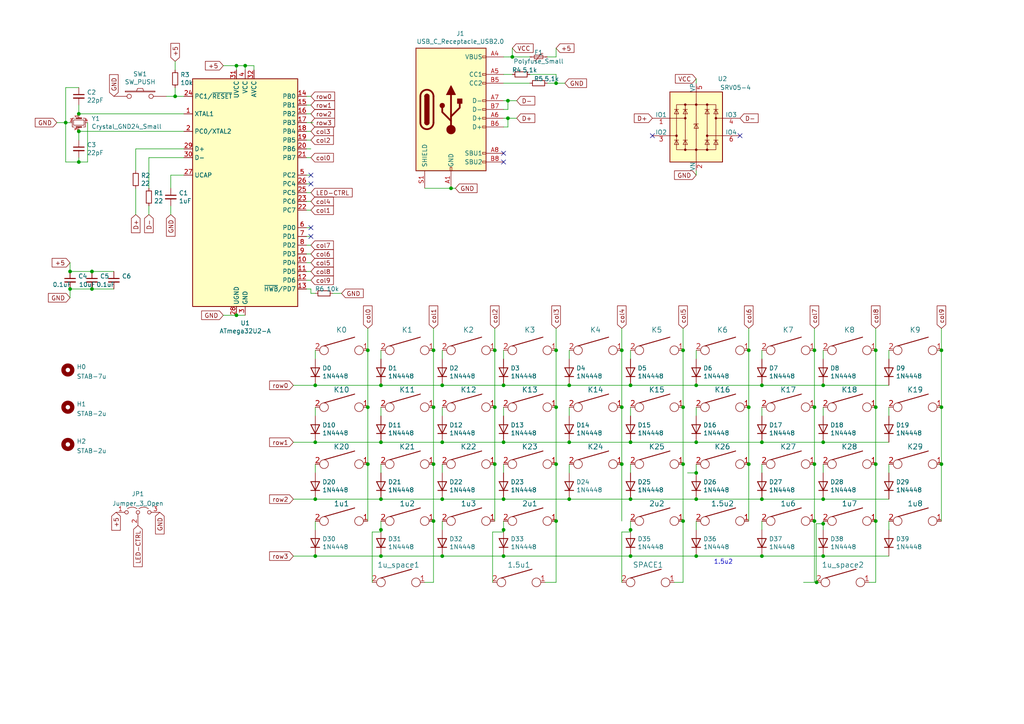
<source format=kicad_sch>
(kicad_sch (version 20220103) (generator eeschema)
  (paper "A4")
  (junction (at 146.05 128.27))
  (junction (at 130.81 54.61))
  (junction (at 238.76 111.76))
  (junction (at 106.68 118.11))
  (junction (at 128.27 111.76))
  (junction (at 110.49 161.29))
  (junction (at 220.98 111.76))
  (junction (at 128.27 128.27))
  (junction (at 238.76 151.892))
  (junction (at 236.855 168.91))
  (junction (at 254 134.62))
  (junction (at 110.49 111.76))
  (junction (at 238.76 128.27))
  (junction (at 254 118.11))
  (junction (at 180.34 101.6))
  (junction (at 236.22 134.62))
  (junction (at 180.34 134.62))
  (junction (at 201.93 161.29))
  (junction (at 165.1 128.27))
  (junction (at 128.27 144.78))
  (junction (at 201.93 144.78))
  (junction (at 273.05 118.11))
  (junction (at 182.88 128.27))
  (junction (at 198.12 134.62))
  (junction (at 254 101.6))
  (junction (at 182.88 111.76))
  (junction (at 236.22 118.11))
  (junction (at 125.73 134.62))
  (junction (at 238.76 161.29))
  (junction (at 236.22 151.13))
  (junction (at 68.58 19.05))
  (junction (at 26.67 83.82))
  (junction (at 217.17 118.11))
  (junction (at 146.05 161.29))
  (junction (at 22.86 33.02))
  (junction (at 71.12 19.05))
  (junction (at 20.32 78.74))
  (junction (at 161.29 151.13))
  (junction (at 106.68 101.6))
  (junction (at 217.17 134.62))
  (junction (at 254 151.13))
  (junction (at 182.88 144.78))
  (junction (at 201.93 111.76))
  (junction (at 238.76 144.78))
  (junction (at 165.1 111.76))
  (junction (at 182.88 153.67))
  (junction (at 26.67 78.74))
  (junction (at 125.73 151.13))
  (junction (at 147.32 29.21))
  (junction (at 220.98 128.27))
  (junction (at 91.44 161.29))
  (junction (at 91.44 144.78))
  (junction (at 161.29 134.62))
  (junction (at 273.05 134.62))
  (junction (at 110.49 128.27))
  (junction (at 146.05 111.76))
  (junction (at 236.22 101.6))
  (junction (at 273.05 101.6))
  (junction (at 161.29 24.13))
  (junction (at 19.05 35.56))
  (junction (at 125.73 101.6))
  (junction (at 198.12 101.6))
  (junction (at 68.58 91.44))
  (junction (at 143.51 118.11))
  (junction (at 50.8 27.94))
  (junction (at 91.44 111.76))
  (junction (at 146.05 144.78))
  (junction (at 128.27 161.29))
  (junction (at 198.12 151.13))
  (junction (at 161.29 118.11))
  (junction (at 20.32 83.82))
  (junction (at 198.12 118.11))
  (junction (at 217.17 101.6))
  (junction (at 106.68 134.62))
  (junction (at 147.32 34.29))
  (junction (at 22.86 46.99))
  (junction (at 148.59 16.51))
  (junction (at 201.93 137.16))
  (junction (at 220.98 161.29))
  (junction (at 146.05 153.67))
  (junction (at 180.34 118.11))
  (junction (at 201.93 128.27))
  (junction (at 143.51 134.62))
  (junction (at 143.51 101.6))
  (junction (at 220.98 144.78))
  (junction (at 22.86 38.1))
  (junction (at 182.88 161.29))
  (junction (at 165.1 144.78))
  (junction (at 161.29 101.6))
  (junction (at 91.44 128.27))
  (junction (at 125.73 118.11))
  (junction (at 110.49 144.78))
  (junction (at 110.49 153.67))
  (no_connect (at 90.17 50.8))
  (no_connect (at 189.23 39.37))
  (no_connect (at 90.17 68.58))
  (no_connect (at 214.63 39.37))
  (no_connect (at 146.05 44.45))
  (no_connect (at 90.17 53.34))
  (no_connect (at 146.05 46.99))
  (no_connect (at 90.17 66.04))
  (wire (pts (xy 146.05 34.29) (xy 147.32 34.29)))
  (wire (pts (xy 201.93 101.6) (xy 201.93 104.14)))
  (wire (pts (xy 161.29 134.62) (xy 161.29 151.13)))
  (wire (pts (xy 217.17 101.6) (xy 217.17 118.11)))
  (wire (pts (xy 165.1 144.78) (xy 182.88 144.78)))
  (wire (pts (xy 110.49 128.27) (xy 128.27 128.27)))
  (wire (pts (xy 91.44 101.6) (xy 91.44 104.14)))
  (wire (pts (xy 88.9 83.82) (xy 90.17 83.82)))
  (wire (pts (xy 68.58 91.44) (xy 64.77 91.44)))
  (wire (pts (xy 53.34 50.8) (xy 49.53 50.8)))
  (wire (pts (xy 254 134.62) (xy 254 151.13)))
  (wire (pts (xy 110.49 111.76) (xy 128.27 111.76)))
  (wire (pts (xy 238.76 151.13) (xy 238.76 151.892)))
  (wire (pts (xy 182.88 161.29) (xy 201.93 161.29)))
  (wire (pts (xy 201.93 111.76) (xy 220.98 111.76)))
  (wire (pts (xy 49.53 50.8) (xy 49.53 54.61)))
  (wire (pts (xy 198.12 101.6) (xy 198.12 118.11)))
  (wire (pts (xy 90.17 83.82) (xy 90.17 85.09)))
  (wire (pts (xy 53.34 43.18) (xy 39.37 43.18)))
  (wire (pts (xy 20.32 35.56) (xy 19.05 35.56)))
  (wire (pts (xy 238.76 134.62) (xy 238.76 137.16)))
  (wire (pts (xy 106.68 95.25) (xy 106.68 101.6)))
  (wire (pts (xy 110.49 134.62) (xy 110.49 137.16)))
  (wire (pts (xy 73.66 20.32) (xy 73.66 19.05)))
  (wire (pts (xy 180.34 154.305) (xy 180.34 168.91)))
  (wire (pts (xy 182.88 154.305) (xy 180.34 154.305)))
  (wire (pts (xy 158.115 168.91) (xy 161.29 168.91)))
  (wire (pts (xy 161.29 168.91) (xy 161.29 151.13)))
  (wire (pts (xy 53.34 33.02) (xy 22.86 33.02)))
  (wire (pts (xy 106.68 118.11) (xy 106.68 134.62)))
  (wire (pts (xy 238.76 101.6) (xy 238.76 104.14)))
  (wire (pts (xy 123.19 168.91) (xy 125.73 168.91)))
  (wire (pts (xy 236.22 118.11) (xy 236.22 134.62)))
  (wire (pts (xy 147.32 34.29) (xy 149.86 34.29)))
  (wire (pts (xy 88.9 71.12) (xy 90.17 71.12)))
  (wire (pts (xy 273.05 101.6) (xy 273.05 118.11)))
  (wire (pts (xy 220.98 111.76) (xy 238.76 111.76)))
  (wire (pts (xy 53.34 38.1) (xy 22.86 38.1)))
  (wire (pts (xy 123.19 54.61) (xy 130.81 54.61)))
  (wire (pts (xy 88.9 35.56) (xy 90.805 35.56)))
  (wire (pts (xy 161.29 24.13) (xy 158.75 24.13)))
  (wire (pts (xy 128.27 101.6) (xy 128.27 104.14)))
  (wire (pts (xy 88.9 55.88) (xy 90.17 55.88)))
  (wire (pts (xy 238.76 128.27) (xy 257.81 128.27)))
  (wire (pts (xy 88.9 66.04) (xy 90.17 66.04)))
  (wire (pts (xy 26.67 78.74) (xy 20.32 78.74)))
  (wire (pts (xy 50.8 27.94) (xy 50.8 25.4)))
  (wire (pts (xy 182.88 111.76) (xy 201.93 111.76)))
  (wire (pts (xy 53.34 45.72) (xy 43.18 45.72)))
  (wire (pts (xy 147.32 31.75) (xy 146.05 31.75)))
  (wire (pts (xy 19.05 46.99) (xy 22.86 46.99)))
  (wire (pts (xy 49.53 59.69) (xy 49.53 62.23)))
  (wire (pts (xy 182.88 128.27) (xy 201.93 128.27)))
  (wire (pts (xy 71.12 19.05) (xy 71.12 20.32)))
  (wire (pts (xy 22.86 46.99) (xy 22.86 45.72)))
  (wire (pts (xy 201.93 128.27) (xy 220.98 128.27)))
  (wire (pts (xy 220.98 128.27) (xy 238.76 128.27)))
  (wire (pts (xy 88.9 30.48) (xy 90.17 30.48)))
  (wire (pts (xy 43.18 59.69) (xy 43.18 62.23)))
  (wire (pts (xy 146.05 29.21) (xy 147.32 29.21)))
  (wire (pts (xy 88.9 60.96) (xy 90.17 60.96)))
  (wire (pts (xy 161.29 24.13) (xy 163.83 24.13)))
  (wire (pts (xy 128.27 151.13) (xy 128.27 153.67)))
  (wire (pts (xy 238.76 118.11) (xy 238.76 120.65)))
  (wire (pts (xy 125.73 134.62) (xy 125.73 151.13)))
  (wire (pts (xy 125.73 151.13) (xy 125.73 168.91)))
  (wire (pts (xy 88.9 76.2) (xy 90.17 76.2)))
  (wire (pts (xy 130.81 54.61) (xy 132.08 54.61)))
  (wire (pts (xy 201.93 161.29) (xy 220.98 161.29)))
  (wire (pts (xy 148.59 16.51) (xy 148.59 13.97)))
  (wire (pts (xy 161.29 101.6) (xy 161.29 118.11)))
  (wire (pts (xy 88.9 73.66) (xy 90.17 73.66)))
  (wire (pts (xy 22.86 33.02) (xy 22.86 30.48)))
  (wire (pts (xy 217.17 134.62) (xy 217.17 151.13)))
  (wire (pts (xy 147.32 34.29) (xy 147.32 36.83)))
  (wire (pts (xy 26.67 83.82) (xy 33.02 83.82)))
  (wire (pts (xy 147.32 36.83) (xy 146.05 36.83)))
  (wire (pts (xy 128.27 118.11) (xy 128.27 120.65)))
  (wire (pts (xy 39.37 43.18) (xy 39.37 49.53)))
  (wire (pts (xy 91.44 118.11) (xy 91.44 120.65)))
  (wire (pts (xy 128.27 134.62) (xy 128.27 137.16)))
  (wire (pts (xy 143.51 101.6) (xy 143.51 118.11)))
  (wire (pts (xy 238.76 144.78) (xy 257.81 144.78)))
  (wire (pts (xy 85.09 161.29) (xy 91.44 161.29)))
  (wire (pts (xy 85.09 144.78) (xy 91.44 144.78)))
  (wire (pts (xy 254 101.6) (xy 254 118.11)))
  (wire (pts (xy 88.9 81.28) (xy 90.17 81.28)))
  (wire (pts (xy 20.32 83.82) (xy 26.67 83.82)))
  (wire (pts (xy 110.49 118.11) (xy 110.49 120.65)))
  (wire (pts (xy 201.93 49.53) (xy 201.93 50.8)))
  (wire (pts (xy 88.9 33.02) (xy 90.17 33.02)))
  (wire (pts (xy 147.32 29.21) (xy 149.86 29.21)))
  (wire (pts (xy 33.02 78.74) (xy 26.67 78.74)))
  (wire (pts (xy 53.34 27.94) (xy 50.8 27.94)))
  (wire (pts (xy 273.05 95.25) (xy 273.05 101.6)))
  (wire (pts (xy 19.05 35.56) (xy 19.05 46.99)))
  (wire (pts (xy 88.9 40.64) (xy 90.17 40.64)))
  (wire (pts (xy 217.17 95.25) (xy 217.17 101.6)))
  (wire (pts (xy 165.1 101.6) (xy 165.1 104.14)))
  (wire (pts (xy 88.9 50.8) (xy 90.17 50.8)))
  (wire (pts (xy 25.4 35.56) (xy 25.4 46.99)))
  (wire (pts (xy 233.045 168.91) (xy 236.22 168.91)))
  (wire (pts (xy 165.1 111.76) (xy 182.88 111.76)))
  (wire (pts (xy 22.86 25.4) (xy 19.05 25.4)))
  (wire (pts (xy 107.95 154.305) (xy 110.49 154.305)))
  (wire (pts (xy 107.95 168.91) (xy 107.95 154.305)))
  (wire (pts (xy 201.93 144.78) (xy 220.98 144.78)))
  (wire (pts (xy 90.17 85.09) (xy 91.44 85.09)))
  (wire (pts (xy 182.88 101.6) (xy 182.88 104.14)))
  (wire (pts (xy 153.67 21.59) (xy 161.29 21.59)))
  (wire (pts (xy 143.51 134.62) (xy 143.51 151.13)))
  (wire (pts (xy 180.34 95.25) (xy 180.34 101.6)))
  (wire (pts (xy 182.88 134.62) (xy 182.88 137.16)))
  (wire (pts (xy 236.22 101.6) (xy 236.22 118.11)))
  (wire (pts (xy 106.68 134.62) (xy 106.68 151.13)))
  (wire (pts (xy 257.81 151.13) (xy 257.81 153.67)))
  (wire (pts (xy 128.27 161.29) (xy 146.05 161.29)))
  (wire (pts (xy 257.81 118.11) (xy 257.81 120.65)))
  (wire (pts (xy 91.44 111.76) (xy 110.49 111.76)))
  (wire (pts (xy 64.77 19.05) (xy 68.58 19.05)))
  (wire (pts (xy 220.98 161.29) (xy 238.76 161.29)))
  (wire (pts (xy 88.9 58.42) (xy 90.17 58.42)))
  (wire (pts (xy 198.12 95.25) (xy 198.12 101.6)))
  (wire (pts (xy 50.8 27.94) (xy 48.26 27.94)))
  (wire (pts (xy 195.58 168.91) (xy 198.12 168.91)))
  (wire (pts (xy 198.12 168.91) (xy 198.12 151.13)))
  (wire (pts (xy 85.09 128.27) (xy 91.44 128.27)))
  (wire (pts (xy 146.05 134.62) (xy 146.05 137.16)))
  (wire (pts (xy 39.37 54.61) (xy 39.37 62.23)))
  (wire (pts (xy 238.76 151.892) (xy 238.76 153.67)))
  (wire (pts (xy 161.29 21.59) (xy 161.29 24.13)))
  (wire (pts (xy 146.05 161.29) (xy 182.88 161.29)))
  (wire (pts (xy 236.728 168.91) (xy 236.728 151.892)))
  (wire (pts (xy 143.51 118.11) (xy 143.51 134.62)))
  (wire (pts (xy 161.29 16.51) (xy 161.29 13.97)))
  (wire (pts (xy 217.17 118.11) (xy 217.17 134.62)))
  (wire (pts (xy 220.98 144.78) (xy 238.76 144.78)))
  (wire (pts (xy 68.58 91.44) (xy 71.12 91.44)))
  (wire (pts (xy 50.8 17.78) (xy 50.8 20.32)))
  (wire (pts (xy 201.93 137.16) (xy 199.39 137.16)))
  (wire (pts (xy 146.05 111.76) (xy 165.1 111.76)))
  (wire (pts (xy 146.05 118.11) (xy 146.05 120.65)))
  (wire (pts (xy 71.12 19.05) (xy 68.58 19.05)))
  (wire (pts (xy 91.44 144.78) (xy 110.49 144.78)))
  (wire (pts (xy 91.44 111.76) (xy 85.09 111.76)))
  (wire (pts (xy 146.05 101.6) (xy 146.05 104.14)))
  (wire (pts (xy 165.1 118.11) (xy 165.1 120.65)))
  (wire (pts (xy 143.51 95.25) (xy 143.51 101.6)))
  (wire (pts (xy 201.93 118.11) (xy 201.93 120.65)))
  (wire (pts (xy 20.32 78.74) (xy 20.32 76.2)))
  (wire (pts (xy 106.68 101.6) (xy 106.68 118.11)))
  (wire (pts (xy 73.66 19.05) (xy 71.12 19.05)))
  (wire (pts (xy 257.81 101.6) (xy 257.81 104.14)))
  (wire (pts (xy 165.1 134.62) (xy 165.1 137.16)))
  (wire (pts (xy 201.93 134.62) (xy 201.93 137.16)))
  (wire (pts (xy 148.59 16.51) (xy 153.67 16.51)))
  (wire (pts (xy 146.05 128.27) (xy 165.1 128.27)))
  (wire (pts (xy 88.9 38.1) (xy 90.17 38.1)))
  (wire (pts (xy 146.05 16.51) (xy 148.59 16.51)))
  (wire (pts (xy 91.44 128.27) (xy 110.49 128.27)))
  (wire (pts (xy 236.982 168.91) (xy 236.855 168.91)))
  (wire (pts (xy 182.88 118.11) (xy 182.88 120.65)))
  (wire (pts (xy 198.12 134.62) (xy 198.12 151.13)))
  (wire (pts (xy 254 118.11) (xy 254 134.62)))
  (wire (pts (xy 128.27 128.27) (xy 146.05 128.27)))
  (wire (pts (xy 273.05 118.11) (xy 273.05 134.62)))
  (wire (pts (xy 96.52 85.09) (xy 99.06 85.09)))
  (wire (pts (xy 201.93 24.13) (xy 201.93 22.86)))
  (wire (pts (xy 43.18 45.72) (xy 43.18 54.61)))
  (wire (pts (xy 158.75 16.51) (xy 161.29 16.51)))
  (wire (pts (xy 252.095 168.91) (xy 254 168.91)))
  (wire (pts (xy 254 168.91) (xy 254 151.13)))
  (wire (pts (xy 68.58 19.05) (xy 68.58 20.32)))
  (wire (pts (xy 110.49 161.29) (xy 128.27 161.29)))
  (wire (pts (xy 88.9 45.72) (xy 90.17 45.72)))
  (wire (pts (xy 220.98 134.62) (xy 220.98 137.16)))
  (wire (pts (xy 180.34 134.62) (xy 180.34 151.13)))
  (wire (pts (xy 236.855 168.91) (xy 236.728 168.91)))
  (wire (pts (xy 110.49 151.13) (xy 110.49 153.67)))
  (wire (pts (xy 110.49 153.67) (xy 110.49 154.305)))
  (wire (pts (xy 125.73 101.6) (xy 125.73 118.11)))
  (wire (pts (xy 88.9 68.58) (xy 90.17 68.58)))
  (wire (pts (xy 257.81 134.62) (xy 257.81 137.16)))
  (wire (pts (xy 125.73 95.25) (xy 125.73 101.6)))
  (wire (pts (xy 88.9 53.34) (xy 90.17 53.34)))
  (wire (pts (xy 128.27 144.78) (xy 146.05 144.78)))
  (wire (pts (xy 146.05 24.13) (xy 153.67 24.13)))
  (wire (pts (xy 22.86 38.1) (xy 22.86 40.64)))
  (wire (pts (xy 19.05 35.56) (xy 16.51 35.56)))
  (wire (pts (xy 161.29 118.11) (xy 161.29 134.62)))
  (wire (pts (xy 165.1 128.27) (xy 182.88 128.27)))
  (wire (pts (xy 146.05 21.59) (xy 148.59 21.59)))
  (wire (pts (xy 110.49 144.78) (xy 128.27 144.78)))
  (wire (pts (xy 19.05 25.4) (xy 19.05 35.56)))
  (wire (pts (xy 161.29 95.25) (xy 161.29 101.6)))
  (wire (pts (xy 146.05 151.13) (xy 146.05 153.67)))
  (wire (pts (xy 146.05 153.67) (xy 146.05 154.305)))
  (wire (pts (xy 236.22 95.25) (xy 236.22 101.6)))
  (wire (pts (xy 180.34 118.11) (xy 180.34 134.62)))
  (wire (pts (xy 128.27 111.76) (xy 146.05 111.76)))
  (wire (pts (xy 254 95.25) (xy 254 101.6)))
  (wire (pts (xy 220.98 101.6) (xy 220.98 104.14)))
  (wire (pts (xy 182.88 151.13) (xy 182.88 153.67)))
  (wire (pts (xy 182.88 153.67) (xy 182.88 154.305)))
  (wire (pts (xy 220.98 151.13) (xy 220.98 153.67)))
  (wire (pts (xy 91.44 151.13) (xy 91.44 153.67)))
  (wire (pts (xy 236.22 134.62) (xy 236.22 151.13)))
  (wire (pts (xy 236.22 151.13) (xy 236.22 168.91)))
  (wire (pts (xy 146.05 144.78) (xy 165.1 144.78)))
  (wire (pts (xy 125.73 118.11) (xy 125.73 134.62)))
  (wire (pts (xy 273.05 134.62) (xy 273.05 151.13)))
  (wire (pts (xy 110.49 101.6) (xy 110.49 104.14)))
  (wire (pts (xy 238.76 111.76) (xy 257.81 111.76)))
  (wire (pts (xy 20.32 83.82) (xy 20.32 86.36)))
  (wire (pts (xy 88.9 43.18) (xy 90.17 43.18)))
  (wire (pts (xy 180.34 101.6) (xy 180.34 118.11)))
  (wire (pts (xy 91.44 134.62) (xy 91.44 137.16)))
  (wire (pts (xy 238.76 161.29) (xy 257.81 161.29)))
  (wire (pts (xy 88.9 78.74) (xy 90.17 78.74)))
  (wire (pts (xy 142.875 154.305) (xy 146.05 154.305)))
  (wire (pts (xy 142.875 168.91) (xy 142.875 154.305)))
  (wire (pts (xy 91.44 161.29) (xy 110.49 161.29)))
  (wire (pts (xy 236.728 151.892) (xy 238.76 151.892)))
  (wire (pts (xy 182.88 144.78) (xy 201.93 144.78)))
  (wire (pts (xy 220.98 118.11) (xy 220.98 120.65)))
  (wire (pts (xy 147.32 29.21) (xy 147.32 31.75)))
  (wire (pts (xy 201.93 151.13) (xy 201.93 153.67)))
  (wire (pts (xy 198.12 118.11) (xy 198.12 134.62)))
  (wire (pts (xy 88.9 27.94) (xy 90.17 27.94)))
  (wire (pts (xy 25.4 46.99) (xy 22.86 46.99)))
  (text "1.5u2\n" (at 207.01 163.83 0) (effects (font (size 1.27 1.27)) (justify left bottom)))
  (global_label "row0" (shape input) (at 90.17 27.94 0) (property "Intersheet References" "${INTERSHEET_REFS}" (effects hide)))
  (global_label "+5" (shape input) (at 64.77 19.05 180) (property "Intersheet References" "${INTERSHEET_REFS}" (effects hide)))
  (global_label "col5" (shape input) (at 198.12 95.25 90) (property "Intersheet References" "${INTERSHEET_REFS}" (effects hide)))
  (global_label "GND" (shape input) (at 201.93 50.8 180) (property "Intersheet References" "${INTERSHEET_REFS}" (effects hide)))
  (global_label "LED-CTRL" (shape input) (at 40.005 152.4 270) (property "Intersheet References" "${INTERSHEET_REFS}" (effects hide)))
  (global_label "col6" (shape input) (at 90.17 73.66 0) (property "Intersheet References" "${INTERSHEET_REFS}" (effects hide)))
  (global_label "D+" (shape input) (at 149.86 34.29 0) (property "Intersheet References" "${INTERSHEET_REFS}" (effects hide)))
  (global_label "col0" (shape input) (at 106.68 95.25 90) (property "Intersheet References" "${INTERSHEET_REFS}" (effects hide)))
  (global_label "+5" (shape input) (at 33.655 148.59 270) (property "Intersheet References" "${INTERSHEET_REFS}" (effects hide)))
  (global_label "LED-CTRL" (shape input) (at 90.17 55.88 0) (property "Intersheet References" "${INTERSHEET_REFS}" (effects hide)))
  (global_label "col9" (shape input) (at 90.17 81.28 0) (property "Intersheet References" "${INTERSHEET_REFS}" (effects hide)))
  (global_label "col7" (shape input) (at 236.22 95.25 90) (property "Intersheet References" "${INTERSHEET_REFS}" (effects hide)))
  (global_label "D-" (shape input) (at 149.86 29.21 0) (property "Intersheet References" "${INTERSHEET_REFS}" (effects hide)))
  (global_label "GND" (shape input) (at 132.08 54.61 0) (property "Intersheet References" "${INTERSHEET_REFS}" (effects hide)))
  (global_label "GND" (shape input) (at 16.51 35.56 180) (property "Intersheet References" "${INTERSHEET_REFS}" (effects hide)))
  (global_label "col3" (shape input) (at 161.29 95.25 90) (property "Intersheet References" "${INTERSHEET_REFS}" (effects hide)))
  (global_label "row3" (shape input) (at 90.17 35.56 0) (property "Intersheet References" "${INTERSHEET_REFS}" (effects hide)))
  (global_label "GND" (shape input) (at 99.06 85.09 0) (property "Intersheet References" "${INTERSHEET_REFS}" (effects hide)))
  (global_label "D+" (shape input) (at 39.37 62.23 270) (property "Intersheet References" "${INTERSHEET_REFS}" (effects hide)))
  (global_label "col8" (shape input) (at 254 95.25 90) (property "Intersheet References" "${INTERSHEET_REFS}" (effects hide)))
  (global_label "+5" (shape input) (at 20.32 76.2 180) (property "Intersheet References" "${INTERSHEET_REFS}" (effects hide)))
  (global_label "+5" (shape input) (at 50.8 17.78 90) (property "Intersheet References" "${INTERSHEET_REFS}" (effects hide)))
  (global_label "col4" (shape input) (at 90.17 58.42 0) (property "Intersheet References" "${INTERSHEET_REFS}" (effects hide)))
  (global_label "GND" (shape input) (at 49.53 62.23 270) (property "Intersheet References" "${INTERSHEET_REFS}" (effects hide)))
  (global_label "col1" (shape input) (at 90.17 60.96 0) (property "Intersheet References" "${INTERSHEET_REFS}" (effects hide)))
  (global_label "col8" (shape input) (at 90.17 78.74 0) (property "Intersheet References" "${INTERSHEET_REFS}" (effects hide)))
  (global_label "col2" (shape input) (at 90.17 40.64 0) (property "Intersheet References" "${INTERSHEET_REFS}" (effects hide)))
  (global_label "D+" (shape input) (at 189.23 34.29 180) (property "Intersheet References" "${INTERSHEET_REFS}" (effects hide)))
  (global_label "row3" (shape input) (at 85.09 161.29 180) (property "Intersheet References" "${INTERSHEET_REFS}" (effects hide)))
  (global_label "col6" (shape input) (at 217.17 95.25 90) (property "Intersheet References" "${INTERSHEET_REFS}" (effects hide)))
  (global_label "col0" (shape input) (at 90.17 45.72 0) (property "Intersheet References" "${INTERSHEET_REFS}" (effects hide)))
  (global_label "row2" (shape input) (at 90.17 33.02 0) (property "Intersheet References" "${INTERSHEET_REFS}" (effects hide)))
  (global_label "col3" (shape input) (at 90.17 38.1 0) (property "Intersheet References" "${INTERSHEET_REFS}" (effects hide)))
  (global_label "col9" (shape input) (at 273.05 95.25 90) (property "Intersheet References" "${INTERSHEET_REFS}" (effects hide)))
  (global_label "+5" (shape input) (at 161.29 13.97 0) (property "Intersheet References" "${INTERSHEET_REFS}" (effects hide)))
  (global_label "VCC" (shape input) (at 148.59 13.97 0) (property "Intersheet References" "${INTERSHEET_REFS}" (effects hide)))
  (global_label "col4" (shape input) (at 180.34 95.25 90) (property "Intersheet References" "${INTERSHEET_REFS}" (effects hide)))
  (global_label "VCC" (shape input) (at 201.93 22.86 180) (property "Intersheet References" "${INTERSHEET_REFS}" (effects hide)))
  (global_label "row0" (shape input) (at 85.09 111.76 180) (property "Intersheet References" "${INTERSHEET_REFS}" (effects hide)))
  (global_label "col7" (shape input) (at 90.17 71.12 0) (property "Intersheet References" "${INTERSHEET_REFS}" (effects hide)))
  (global_label "col1" (shape input) (at 125.73 95.25 90) (property "Intersheet References" "${INTERSHEET_REFS}" (effects hide)))
  (global_label "D-" (shape input) (at 43.18 62.23 270) (property "Intersheet References" "${INTERSHEET_REFS}" (effects hide)))
  (global_label "GND" (shape input) (at 163.83 24.13 0) (property "Intersheet References" "${INTERSHEET_REFS}" (effects hide)))
  (global_label "col2" (shape input) (at 143.51 95.25 90) (property "Intersheet References" "${INTERSHEET_REFS}" (effects hide)))
  (global_label "GND" (shape input) (at 64.77 91.44 180) (property "Intersheet References" "${INTERSHEET_REFS}" (effects hide)))
  (global_label "GND" (shape input) (at 20.32 86.36 180) (property "Intersheet References" "${INTERSHEET_REFS}" (effects hide)))
  (global_label "col5" (shape input) (at 90.17 76.2 0) (property "Intersheet References" "${INTERSHEET_REFS}" (effects hide)))
  (global_label "row1" (shape input) (at 90.17 30.48 0) (property "Intersheet References" "${INTERSHEET_REFS}" (effects hide)))
  (global_label "GND" (shape input) (at 33.02 27.94 90) (property "Intersheet References" "${INTERSHEET_REFS}" (effects hide)))
  (global_label "GND" (shape input) (at 46.355 148.59 270) (property "Intersheet References" "${INTERSHEET_REFS}" (effects hide)))
  (global_label "D-" (shape input) (at 214.63 34.29 0) (property "Intersheet References" "${INTERSHEET_REFS}" (effects hide)))
  (global_label "row2" (shape input) (at 85.09 144.78 180) (property "Intersheet References" "${INTERSHEET_REFS}" (effects hide)))
  (global_label "row1" (shape input) (at 85.09 128.27 180) (property "Intersheet References" "${INTERSHEET_REFS}" (effects hide)))
  (symbol (lib_id "MCU_Microchip_ATmega:ATmega32U2-A") (at 71.12 55.88 0) (unit 1)
    (property "Reference" "U1" (at 71.12 93.7006 0))
    (property "Value" "ATmega32U2-A" (at 71.12 96.012 0))
    (property "Footprint" "Package_QFP:TQFP-32_7x7mm_P0.8mm" (effects hide))
    (property "Datasheet" "http://ww1.microchip.com/downloads/en/DeviceDoc/doc7799.pdf" (effects hide))
    (property "LCSC" "C618733" (effects hide))
  )
  (symbol (lib_id "Device:C_Small") (at 49.53 57.15 0) (unit 1)
    (property "Reference" "C1" (at 51.8668 55.9816 0) (effects (justify left)))
    (property "Value" "1uF" (at 51.8668 58.293 0) (effects (justify left)))
    (property "Footprint" "Capacitor_SMD:C_0805_2012Metric" (effects hide))
    (property "LCSC" "C28323" (effects hide))
  )
  (symbol (lib_id "Device:R_Small") (at 43.18 57.15 180) (unit 1)
    (property "Reference" "R1" (at 44.6786 55.9816 0) (effects (justify right)))
    (property "Value" "22" (at 44.6786 58.293 0) (effects (justify right)))
    (property "Footprint" "Resistor_SMD:R_0805_2012Metric" (effects hide))
    (property "LCSC" "C17561" (effects hide))
  )
  (symbol (lib_id "Device:R_Small") (at 39.37 52.07 0) (unit 1)
    (property "Reference" "R2" (at 40.8686 50.9016 0) (effects (justify left)))
    (property "Value" "22" (at 40.8686 53.213 0) (effects (justify left)))
    (property "Footprint" "Resistor_SMD:R_0805_2012Metric" (effects hide))
    (property "LCSC" "C17561" (effects hide))
  )
  (symbol (lib_id "Device:Crystal_GND24_Small") (at 22.86 35.56 270) (unit 1)
    (property "Reference" "Y1" (at 26.5176 34.3916 90) (effects (justify left)))
    (property "Value" "Crystal_GND24_Small" (at 26.5176 36.703 90) (effects (justify left)))
    (property "Footprint" "Crystal:Crystal_SMD_3225-4Pin_3.2x2.5mm" (effects hide))
    (property "LCSC" "C13738" (effects hide))
  )
  (symbol (lib_id "Device:C_Small") (at 22.86 27.94 0) (unit 1)
    (property "Reference" "C2" (at 25.1968 26.7716 0) (effects (justify left)))
    (property "Value" "22pF" (at 25.1968 29.083 0) (effects (justify left)))
    (property "Footprint" "Capacitor_SMD:C_0805_2012Metric" (effects hide))
    (property "LCSC" "C1804" (effects hide))
  )
  (symbol (lib_id "Device:C_Small") (at 22.86 43.18 0) (unit 1)
    (property "Reference" "C3" (at 25.1968 42.0116 0) (effects (justify left)))
    (property "Value" "22pF" (at 25.1968 44.323 0) (effects (justify left)))
    (property "Footprint" "Capacitor_SMD:C_0805_2012Metric" (effects hide))
    (property "LCSC" "C1804" (effects hide))
  )
  (symbol (lib_id "Device:R_Small") (at 50.8 22.86 0) (unit 1)
    (property "Reference" "R3" (at 52.2986 21.6916 0) (effects (justify left)))
    (property "Value" "10k" (at 52.2986 24.003 0) (effects (justify left)))
    (property "Footprint" "Resistor_SMD:R_0805_2012Metric" (effects hide))
    (property "LCSC" "C17414" (effects hide))
  )
  (symbol (lib_id "keyboard_parts:SW_PUSH") (at 40.64 27.94 0) (unit 1)
    (property "Reference" "SW1" (at 40.64 21.463 0))
    (property "Value" "SW_PUSH" (at 40.64 23.7744 0))
    (property "Footprint" "Button_Switch_SMD:SW_SPST_TL3342" (effects hide))
    (property "LCSC" "C318884" (effects hide))
  )
  (symbol (lib_id "Connector:USB_C_Receptacle_USB2.0") (at 130.81 31.75 0) (unit 1)
    (property "Reference" "J1" (at 133.5278 9.7282 0))
    (property "Value" "USB_C_Receptacle_USB2.0" (at 133.5278 12.0396 0))
    (property "Footprint" "Connector_USB:USB_C_Receptacle_HRO_TYPE-C-31-M-12" (effects hide))
    (property "Datasheet" "https://www.usb.org/sites/default/files/documents/usb_type-c.zip" (effects hide))
    (property "LCSC" "C165948" (effects hide))
  )
  (symbol (lib_id "Device:Polyfuse_Small") (at 156.21 16.51 90) (unit 1)
    (property "Reference" "F1" (at 156.21 15.24 90))
    (property "Value" "Polyfuse_Small" (at 156.21 17.78 90))
    (property "Footprint" "Fuse:Fuse_1206_3216Metric" (effects hide))
    (property "LCSC" "C69688" (effects hide))
  )
  (symbol (lib_id "Device:R_Small") (at 151.13 21.59 270) (mirror x) (unit 1)
    (property "Reference" "R4" (at 149.86 20.32 90))
    (property "Value" "5,1k" (at 153.67 20.32 90))
    (property "Footprint" "Resistor_SMD:R_0805_2012Metric" (effects hide))
    (property "LCSC" "C27834" (effects hide))
  )
  (symbol (lib_id "Device:R_Small") (at 156.21 24.13 270) (mirror x) (unit 1)
    (property "Reference" "R5" (at 156.21 22.86 90))
    (property "Value" "5,1k" (at 160.02 22.86 90))
    (property "Footprint" "Resistor_SMD:R_0805_2012Metric" (effects hide))
    (property "LCSC" "C27834" (effects hide))
  )
  (symbol (lib_id "Device:C_Small") (at 20.32 81.28 0) (unit 1)
    (property "Reference" "C4" (at 22.6568 80.1116 0) (effects (justify left)))
    (property "Value" "0.1uF" (at 15.24 82.55 0) (effects (justify left)))
    (property "Footprint" "Capacitor_SMD:C_0805_2012Metric" (effects hide))
    (property "LCSC" "C49678" (effects hide))
  )
  (symbol (lib_id "Device:C_Small") (at 26.67 81.28 0) (unit 1)
    (property "Reference" "C5" (at 29.0068 80.1116 0) (effects (justify left)))
    (property "Value" "10uF" (at 22.86 82.55 0) (effects (justify left)))
    (property "Footprint" "Capacitor_SMD:C_0805_2012Metric" (effects hide))
    (property "LCSC" "C91245" (effects hide))
  )
  (symbol (lib_id "Device:C_Small") (at 33.02 81.28 0) (unit 1)
    (property "Reference" "C6" (at 35.3568 80.1116 0) (effects (justify left)))
    (property "Value" "0.1uF" (at 27.94 82.55 0) (effects (justify left)))
    (property "Footprint" "Capacitor_SMD:C_0805_2012Metric" (effects hide))
    (property "LCSC" "C49678" (effects hide))
  )
  (symbol (lib_id "Device:R_Small") (at 93.98 85.09 270) (unit 1)
    (property "Reference" "R6" (at 92.71 83.82 90))
    (property "Value" "10k" (at 96.52 83.82 90))
    (property "Footprint" "Resistor_SMD:R_0805_2012Metric" (effects hide))
    (property "LCSC" "C17414" (effects hide))
  )
  (symbol (lib_id "Power_Protection:SRV05-4") (at 201.93 36.83 0) (unit 1)
    (property "Reference" "U2" (at 209.55 22.86 0))
    (property "Value" "SRV05-4" (at 213.36 25.4 0))
    (property "Footprint" "Package_TO_SOT_SMD:SOT-23-6" (effects hide))
    (property "Datasheet" "http://www.onsemi.com/pub/Collateral/SRV05-4-D.PDF" (effects hide))
    (property "LCSC" "C85364" (effects hide))
  )
  (symbol (lib_id "keyboard_parts:KEYSW") (at 99.06 101.6 0) (unit 1)
    (property "Reference" "K0" (at 99.06 95.6818 0) (effects (font (size 1.524 1.524))))
    (property "Value" "1u" (effects hide))
    (property "Footprint" "keyswitches:Kailh_socket_MX_optional" (effects hide))
  )
  (symbol (lib_id "Diode:1N4448") (at 91.44 107.95 90) (unit 1)
    (property "Reference" "D0" (at 93.472 106.7816 90) (effects (justify right)))
    (property "Value" "1N4448" (at 93.472 109.093 90) (effects (justify right)))
    (property "Footprint" "keyboard_parts:D_SOD123" (effects hide))
    (property "Datasheet" "https://assets.nexperia.com/documents/data-sheet/1N4148_1N4448.pdf" (effects hide))
    (property "LCSC" "C2099" (effects hide))
  )
  (symbol (lib_id "keyboard_parts:KEYSW") (at 99.06 118.11 0) (unit 1)
    (property "Reference" "K10" (at 99.06 113.03 0) (effects (font (size 1.524 1.524))))
    (property "Value" "1u" (effects hide))
    (property "Footprint" "keyswitches:Kailh_socket_MX_optional" (effects hide))
  )
  (symbol (lib_id "Diode:1N4448") (at 91.44 124.46 90) (unit 1)
    (property "Reference" "D10" (at 93.472 123.2916 90) (effects (justify right)))
    (property "Value" "1N4448" (at 93.472 125.603 90) (effects (justify right)))
    (property "Footprint" "keyboard_parts:D_SOD123" (effects hide))
    (property "Datasheet" "https://assets.nexperia.com/documents/data-sheet/1N4148_1N4448.pdf" (effects hide))
    (property "LCSC" "C2099" (effects hide))
  )
  (symbol (lib_id "keyboard_parts:KEYSW") (at 99.06 134.62 0) (unit 1)
    (property "Reference" "K20" (at 99.06 129.54 0) (effects (font (size 1.524 1.524))))
    (property "Value" "1u" (effects hide))
    (property "Footprint" "keyswitches:Kailh_socket_MX_optional" (effects hide))
  )
  (symbol (lib_id "Diode:1N4448") (at 91.44 140.97 90) (unit 1)
    (property "Reference" "D20" (at 93.472 139.8016 90) (effects (justify right)))
    (property "Value" "1N4448" (at 93.472 142.113 90) (effects (justify right)))
    (property "Footprint" "keyboard_parts:D_SOD123" (effects hide))
    (property "Datasheet" "https://assets.nexperia.com/documents/data-sheet/1N4148_1N4448.pdf" (effects hide))
    (property "LCSC" "C2099" (effects hide))
  )
  (symbol (lib_id "keyboard_parts:KEYSW") (at 99.06 151.13 0) (unit 1)
    (property "Reference" "1u1" (at 99.06 146.05 0) (effects (font (size 1.524 1.524))))
    (property "Value" "1u" (effects hide))
    (property "Footprint" "keyswitches:Kailh_socket_MX_optional" (effects hide))
  )
  (symbol (lib_id "Diode:1N4448") (at 91.44 157.48 90) (unit 1)
    (property "Reference" "D30" (at 93.472 156.3116 90) (effects (justify right)))
    (property "Value" "1N4448" (at 93.472 158.623 90) (effects (justify right)))
    (property "Footprint" "keyboard_parts:D_SOD123" (effects hide))
    (property "Datasheet" "https://assets.nexperia.com/documents/data-sheet/1N4148_1N4448.pdf" (effects hide))
    (property "LCSC" "C2099" (effects hide))
  )
  (symbol (lib_id "Diode:1N4448") (at 110.49 157.48 90) (unit 1)
    (property "Reference" "D31" (at 112.522 156.3116 90) (effects (justify right)))
    (property "Value" "1N4448" (at 112.522 158.623 90) (effects (justify right)))
    (property "Footprint" "keyboard_parts:D_SOD123" (effects hide))
    (property "Datasheet" "https://assets.nexperia.com/documents/data-sheet/1N4148_1N4448.pdf" (effects hide))
    (property "LCSC" "C2099" (effects hide))
  )
  (symbol (lib_id "keyboard_parts:KEYSW") (at 118.11 151.13 0) (unit 1)
    (property "Reference" "1u2" (at 118.11 146.05 0) (effects (font (size 1.524 1.524))))
    (property "Value" "1u" (effects hide))
    (property "Footprint" "keyswitches:Kailh_socket_MX_optional" (effects hide))
  )
  (symbol (lib_id "Diode:1N4448") (at 110.49 140.97 90) (unit 1)
    (property "Reference" "D21" (at 112.522 139.8016 90) (effects (justify right)))
    (property "Value" "1N4448" (at 112.522 142.113 90) (effects (justify right)))
    (property "Footprint" "keyboard_parts:D_SOD123" (effects hide))
    (property "Datasheet" "https://assets.nexperia.com/documents/data-sheet/1N4148_1N4448.pdf" (effects hide))
    (property "LCSC" "C2099" (effects hide))
  )
  (symbol (lib_id "keyboard_parts:KEYSW") (at 118.11 134.62 0) (unit 1)
    (property "Reference" "K21" (at 118.11 129.54 0) (effects (font (size 1.524 1.524))))
    (property "Value" "1u" (effects hide))
    (property "Footprint" "keyswitches:Kailh_socket_MX_optional" (effects hide))
  )
  (symbol (lib_id "Diode:1N4448") (at 110.49 124.46 90) (unit 1)
    (property "Reference" "D11" (at 112.522 123.2916 90) (effects (justify right)))
    (property "Value" "1N4448" (at 112.522 125.603 90) (effects (justify right)))
    (property "Footprint" "keyboard_parts:D_SOD123" (effects hide))
    (property "Datasheet" "https://assets.nexperia.com/documents/data-sheet/1N4148_1N4448.pdf" (effects hide))
    (property "LCSC" "C2099" (effects hide))
  )
  (symbol (lib_id "keyboard_parts:KEYSW") (at 118.11 118.11 0) (unit 1)
    (property "Reference" "K11" (at 118.11 113.03 0) (effects (font (size 1.524 1.524))))
    (property "Value" "1u" (effects hide))
    (property "Footprint" "keyswitches:Kailh_socket_MX_optional" (effects hide))
  )
  (symbol (lib_id "Diode:1N4448") (at 110.49 107.95 90) (unit 1)
    (property "Reference" "D1" (at 112.522 106.7816 90) (effects (justify right)))
    (property "Value" "1N4448" (at 112.522 109.093 90) (effects (justify right)))
    (property "Footprint" "keyboard_parts:D_SOD123" (effects hide))
    (property "Datasheet" "https://assets.nexperia.com/documents/data-sheet/1N4148_1N4448.pdf" (effects hide))
    (property "LCSC" "C2099" (effects hide))
  )
  (symbol (lib_id "keyboard_parts:KEYSW") (at 118.11 101.6 0) (unit 1)
    (property "Reference" "K1" (at 118.11 95.6818 0) (effects (font (size 1.524 1.524))))
    (property "Value" "1u" (effects hide))
    (property "Footprint" "keyswitches:Kailh_socket_MX_optional" (effects hide))
  )
  (symbol (lib_id "Diode:1N4448") (at 128.27 157.48 90) (unit 1)
    (property "Reference" "D32" (at 130.302 156.3116 90) (effects (justify right)))
    (property "Value" "1N4448" (at 130.302 158.623 90) (effects (justify right)))
    (property "Footprint" "keyboard_parts:D_SOD123" (effects hide))
    (property "Datasheet" "https://assets.nexperia.com/documents/data-sheet/1N4148_1N4448.pdf" (effects hide))
    (property "LCSC" "C2099" (effects hide))
  )
  (symbol (lib_id "keyboard_parts:KEYSW") (at 135.89 151.13 0) (unit 1)
    (property "Reference" "1u3" (at 135.89 146.05 0) (effects (font (size 1.524 1.524))))
    (property "Value" "1u" (effects hide))
    (property "Footprint" "keyswitches:Kailh_socket_MX_optional" (effects hide))
  )
  (symbol (lib_id "Diode:1N4448") (at 128.27 140.97 90) (unit 1)
    (property "Reference" "D22" (at 130.302 139.8016 90) (effects (justify right)))
    (property "Value" "1N4448" (at 130.302 142.113 90) (effects (justify right)))
    (property "Footprint" "keyboard_parts:D_SOD123" (effects hide))
    (property "Datasheet" "https://assets.nexperia.com/documents/data-sheet/1N4148_1N4448.pdf" (effects hide))
    (property "LCSC" "C2099" (effects hide))
  )
  (symbol (lib_id "keyboard_parts:KEYSW") (at 135.89 134.62 0) (unit 1)
    (property "Reference" "K22" (at 135.89 129.54 0) (effects (font (size 1.524 1.524))))
    (property "Value" "1u" (effects hide))
    (property "Footprint" "keyswitches:Kailh_socket_MX_optional" (effects hide))
  )
  (symbol (lib_id "Diode:1N4448") (at 128.27 124.46 90) (unit 1)
    (property "Reference" "D12" (at 130.302 123.2916 90) (effects (justify right)))
    (property "Value" "1N4448" (at 130.302 125.603 90) (effects (justify right)))
    (property "Footprint" "keyboard_parts:D_SOD123" (effects hide))
    (property "Datasheet" "https://assets.nexperia.com/documents/data-sheet/1N4148_1N4448.pdf" (effects hide))
    (property "LCSC" "C2099" (effects hide))
  )
  (symbol (lib_id "keyboard_parts:KEYSW") (at 135.89 118.11 0) (unit 1)
    (property "Reference" "K12" (at 135.89 113.03 0) (effects (font (size 1.524 1.524))))
    (property "Value" "1u" (effects hide))
    (property "Footprint" "keyswitches:Kailh_socket_MX_optional" (effects hide))
  )
  (symbol (lib_id "Diode:1N4448") (at 128.27 107.95 90) (unit 1)
    (property "Reference" "D2" (at 130.302 106.7816 90) (effects (justify right)))
    (property "Value" "1N4448" (at 130.302 109.093 90) (effects (justify right)))
    (property "Footprint" "keyboard_parts:D_SOD123" (effects hide))
    (property "Datasheet" "https://assets.nexperia.com/documents/data-sheet/1N4148_1N4448.pdf" (effects hide))
    (property "LCSC" "C2099" (effects hide))
  )
  (symbol (lib_id "keyboard_parts:KEYSW") (at 135.89 101.6 0) (unit 1)
    (property "Reference" "K2" (at 135.89 95.6818 0) (effects (font (size 1.524 1.524))))
    (property "Value" "1u" (effects hide))
    (property "Footprint" "keyswitches:Kailh_socket_MX_optional" (effects hide))
  )
  (symbol (lib_id "Diode:1N4448") (at 146.05 157.48 90) (unit 1)
    (property "Reference" "D33" (at 148.082 156.3116 90) (effects (justify right)))
    (property "Value" "1N4448" (at 148.082 158.623 90) (effects (justify right)))
    (property "Footprint" "keyboard_parts:D_SOD123" (effects hide))
    (property "Datasheet" "https://assets.nexperia.com/documents/data-sheet/1N4148_1N4448.pdf" (effects hide))
    (property "LCSC" "C2099" (effects hide))
  )
  (symbol (lib_id "keyboard_parts:KEYSW") (at 153.67 151.13 0) (unit 1)
    (property "Reference" "2u1" (at 153.67 146.05 0) (effects (font (size 1.524 1.524))))
    (property "Value" "2u" (effects hide))
    (property "Footprint" "keyswitches:Kailh_socket_MX_optional" (effects hide))
  )
  (symbol (lib_id "Diode:1N4448") (at 146.05 140.97 90) (unit 1)
    (property "Reference" "D23" (at 148.082 139.8016 90) (effects (justify right)))
    (property "Value" "1N4448" (at 148.082 142.113 90) (effects (justify right)))
    (property "Footprint" "keyboard_parts:D_SOD123" (effects hide))
    (property "Datasheet" "https://assets.nexperia.com/documents/data-sheet/1N4148_1N4448.pdf" (effects hide))
    (property "LCSC" "C2099" (effects hide))
  )
  (symbol (lib_id "keyboard_parts:KEYSW") (at 153.67 134.62 0) (unit 1)
    (property "Reference" "K23" (at 153.67 129.54 0) (effects (font (size 1.524 1.524))))
    (property "Value" "1u" (effects hide))
    (property "Footprint" "keyswitches:Kailh_socket_MX_optional" (effects hide))
  )
  (symbol (lib_id "Diode:1N4448") (at 146.05 124.46 90) (unit 1)
    (property "Reference" "D13" (at 148.082 123.2916 90) (effects (justify right)))
    (property "Value" "1N4448" (at 148.082 125.603 90) (effects (justify right)))
    (property "Footprint" "keyboard_parts:D_SOD123" (effects hide))
    (property "Datasheet" "https://assets.nexperia.com/documents/data-sheet/1N4148_1N4448.pdf" (effects hide))
    (property "LCSC" "C2099" (effects hide))
  )
  (symbol (lib_id "keyboard_parts:KEYSW") (at 153.67 118.11 0) (unit 1)
    (property "Reference" "K13" (at 153.67 113.03 0) (effects (font (size 1.524 1.524))))
    (property "Value" "1u" (effects hide))
    (property "Footprint" "keyswitches:Kailh_socket_MX_optional" (effects hide))
  )
  (symbol (lib_id "Diode:1N4448") (at 146.05 107.95 90) (unit 1)
    (property "Reference" "D3" (at 148.082 106.7816 90) (effects (justify right)))
    (property "Value" "1N4448" (at 148.082 109.093 90) (effects (justify right)))
    (property "Footprint" "keyboard_parts:D_SOD123" (effects hide))
    (property "Datasheet" "https://assets.nexperia.com/documents/data-sheet/1N4148_1N4448.pdf" (effects hide))
    (property "LCSC" "C2099" (effects hide))
  )
  (symbol (lib_id "keyboard_parts:KEYSW") (at 153.67 101.6 0) (unit 1)
    (property "Reference" "K3" (at 153.67 95.6818 0) (effects (font (size 1.524 1.524))))
    (property "Value" "1u" (effects hide))
    (property "Footprint" "keyswitches:Kailh_socket_MX_optional" (effects hide))
  )
  (symbol (lib_id "Diode:1N4448") (at 165.1 140.97 90) (unit 1)
    (property "Reference" "D24" (at 167.132 139.8016 90) (effects (justify right)))
    (property "Value" "1N4448" (at 167.132 142.113 90) (effects (justify right)))
    (property "Footprint" "keyboard_parts:D_SOD123" (effects hide))
    (property "Datasheet" "https://assets.nexperia.com/documents/data-sheet/1N4148_1N4448.pdf" (effects hide))
    (property "LCSC" "C2099" (effects hide))
  )
  (symbol (lib_id "keyboard_parts:KEYSW") (at 172.72 134.62 0) (unit 1)
    (property "Reference" "K24" (at 172.72 129.54 0) (effects (font (size 1.524 1.524))))
    (property "Value" "1u" (effects hide))
    (property "Footprint" "keyswitches:Kailh_socket_MX_optional" (effects hide))
  )
  (symbol (lib_id "Diode:1N4448") (at 165.1 124.46 90) (unit 1)
    (property "Reference" "D14" (at 167.132 123.2916 90) (effects (justify right)))
    (property "Value" "1N4448" (at 167.132 125.603 90) (effects (justify right)))
    (property "Footprint" "keyboard_parts:D_SOD123" (effects hide))
    (property "Datasheet" "https://assets.nexperia.com/documents/data-sheet/1N4148_1N4448.pdf" (effects hide))
    (property "LCSC" "C2099" (effects hide))
  )
  (symbol (lib_id "keyboard_parts:KEYSW") (at 172.72 118.11 0) (unit 1)
    (property "Reference" "K14" (at 172.72 113.03 0) (effects (font (size 1.524 1.524))))
    (property "Value" "1u" (effects hide))
    (property "Footprint" "keyswitches:Kailh_socket_MX_optional" (effects hide))
  )
  (symbol (lib_id "Diode:1N4448") (at 165.1 107.95 90) (unit 1)
    (property "Reference" "D4" (at 167.132 106.7816 90) (effects (justify right)))
    (property "Value" "1N4448" (at 167.132 109.093 90) (effects (justify right)))
    (property "Footprint" "keyboard_parts:D_SOD123" (effects hide))
    (property "Datasheet" "https://assets.nexperia.com/documents/data-sheet/1N4148_1N4448.pdf" (effects hide))
    (property "LCSC" "C2099" (effects hide))
  )
  (symbol (lib_id "keyboard_parts:KEYSW") (at 172.72 101.6 0) (unit 1)
    (property "Reference" "K4" (at 172.72 95.6818 0) (effects (font (size 1.524 1.524))))
    (property "Value" "1u" (effects hide))
    (property "Footprint" "keyswitches:Kailh_socket_MX_optional" (effects hide))
  )
  (symbol (lib_id "Diode:1N4448") (at 182.88 157.48 90) (unit 1)
    (property "Reference" "D35" (at 184.912 156.3116 90) (effects (justify right)))
    (property "Value" "1N4448" (at 184.912 158.623 90) (effects (justify right)))
    (property "Footprint" "keyboard_parts:D_SOD123" (effects hide))
    (property "Datasheet" "https://assets.nexperia.com/documents/data-sheet/1N4148_1N4448.pdf" (effects hide))
    (property "LCSC" "C2099" (effects hide))
  )
  (symbol (lib_id "keyboard_parts:KEYSW") (at 190.5 151.13 0) (unit 1)
    (property "Reference" "2u2" (at 190.5 146.05 0) (effects (font (size 1.524 1.524))))
    (property "Value" "2u" (effects hide))
    (property "Footprint" "keyswitches:Kailh_socket_MX_optional" (effects hide))
  )
  (symbol (lib_id "Diode:1N4448") (at 182.88 140.97 90) (unit 1)
    (property "Reference" "D25" (at 184.912 139.8016 90) (effects (justify right)))
    (property "Value" "1N4448" (at 184.912 142.113 90) (effects (justify right)))
    (property "Footprint" "keyboard_parts:D_SOD123" (effects hide))
    (property "Datasheet" "https://assets.nexperia.com/documents/data-sheet/1N4148_1N4448.pdf" (effects hide))
    (property "LCSC" "C2099" (effects hide))
  )
  (symbol (lib_id "keyboard_parts:KEYSW") (at 190.5 134.62 0) (unit 1)
    (property "Reference" "K25" (at 190.5 129.54 0) (effects (font (size 1.524 1.524))))
    (property "Value" "1u" (effects hide))
    (property "Footprint" "keyswitches:Kailh_socket_MX_optional" (effects hide))
  )
  (symbol (lib_id "Diode:1N4448") (at 182.88 124.46 90) (unit 1)
    (property "Reference" "D15" (at 184.912 123.2916 90) (effects (justify right)))
    (property "Value" "1N4448" (at 184.912 125.603 90) (effects (justify right)))
    (property "Footprint" "keyboard_parts:D_SOD123" (effects hide))
    (property "Datasheet" "https://assets.nexperia.com/documents/data-sheet/1N4148_1N4448.pdf" (effects hide))
    (property "LCSC" "C2099" (effects hide))
  )
  (symbol (lib_id "keyboard_parts:KEYSW") (at 190.5 118.11 0) (unit 1)
    (property "Reference" "K15" (at 190.5 113.03 0) (effects (font (size 1.524 1.524))))
    (property "Value" "1u" (effects hide))
    (property "Footprint" "keyswitches:Kailh_socket_MX_optional" (effects hide))
  )
  (symbol (lib_id "Diode:1N4448") (at 182.88 107.95 90) (unit 1)
    (property "Reference" "D5" (at 184.912 106.7816 90) (effects (justify right)))
    (property "Value" "1N4448" (at 184.912 109.093 90) (effects (justify right)))
    (property "Footprint" "keyboard_parts:D_SOD123" (effects hide))
    (property "Datasheet" "https://assets.nexperia.com/documents/data-sheet/1N4148_1N4448.pdf" (effects hide))
    (property "LCSC" "C2099" (effects hide))
  )
  (symbol (lib_id "keyboard_parts:KEYSW") (at 190.5 101.6 0) (unit 1)
    (property "Reference" "K5" (at 190.5 95.6818 0) (effects (font (size 1.524 1.524))))
    (property "Value" "1u" (effects hide))
    (property "Footprint" "keyswitches:Kailh_socket_MX_optional" (effects hide))
  )
  (symbol (lib_id "Diode:1N4448") (at 201.93 140.97 90) (unit 1)
    (property "Reference" "D26" (at 203.962 139.8016 90) (effects (justify right)))
    (property "Value" "1N4448" (at 203.962 142.113 90) (effects (justify right)))
    (property "Footprint" "keyboard_parts:D_SOD123" (effects hide))
    (property "Datasheet" "https://assets.nexperia.com/documents/data-sheet/1N4148_1N4448.pdf" (effects hide))
    (property "LCSC" "C2099" (effects hide))
  )
  (symbol (lib_id "keyboard_parts:KEYSW") (at 209.55 134.62 0) (unit 1)
    (property "Reference" "K26" (at 209.55 129.54 0) (effects (font (size 1.524 1.524))))
    (property "Value" "1u" (effects hide))
    (property "Footprint" "keyswitches:Kailh_socket_MX_optional" (effects hide))
  )
  (symbol (lib_id "Diode:1N4448") (at 201.93 124.46 90) (unit 1)
    (property "Reference" "D16" (at 203.962 123.2916 90) (effects (justify right)))
    (property "Value" "1N4448" (at 203.962 125.603 90) (effects (justify right)))
    (property "Footprint" "keyboard_parts:D_SOD123" (effects hide))
    (property "Datasheet" "https://assets.nexperia.com/documents/data-sheet/1N4148_1N4448.pdf" (effects hide))
    (property "LCSC" "C2099" (effects hide))
  )
  (symbol (lib_id "keyboard_parts:KEYSW") (at 209.55 118.11 0) (unit 1)
    (property "Reference" "K16" (at 209.55 113.03 0) (effects (font (size 1.524 1.524))))
    (property "Value" "1u" (effects hide))
    (property "Footprint" "keyswitches:Kailh_socket_MX_optional" (effects hide))
  )
  (symbol (lib_id "Diode:1N4448") (at 201.93 107.95 90) (unit 1)
    (property "Reference" "D6" (at 203.962 106.7816 90) (effects (justify right)))
    (property "Value" "1N4448" (at 203.962 109.093 90) (effects (justify right)))
    (property "Footprint" "keyboard_parts:D_SOD123" (effects hide))
    (property "Datasheet" "https://assets.nexperia.com/documents/data-sheet/1N4148_1N4448.pdf" (effects hide))
    (property "LCSC" "C2099" (effects hide))
  )
  (symbol (lib_id "keyboard_parts:KEYSW") (at 209.55 101.6 0) (unit 1)
    (property "Reference" "K6" (at 209.55 95.6818 0) (effects (font (size 1.524 1.524))))
    (property "Value" "1u" (effects hide))
    (property "Footprint" "keyswitches:Kailh_socket_MX_optional" (effects hide))
  )
  (symbol (lib_id "Diode:1N4448") (at 220.98 157.48 90) (unit 1)
    (property "Reference" "D37" (at 223.012 156.3116 90) (effects (justify right)))
    (property "Value" "1N4448" (at 223.012 158.623 90) (effects (justify right)))
    (property "Footprint" "keyboard_parts:D_SOD123" (effects hide))
    (property "Datasheet" "https://assets.nexperia.com/documents/data-sheet/1N4148_1N4448.pdf" (effects hide))
    (property "LCSC" "C2099" (effects hide))
  )
  (symbol (lib_id "keyboard_parts:KEYSW") (at 228.6 151.13 0) (unit 1)
    (property "Reference" "1u6" (at 228.6 146.05 0) (effects (font (size 1.524 1.524))))
    (property "Value" "1u" (effects hide))
    (property "Footprint" "keyswitches:Kailh_socket_MX_optional" (effects hide))
  )
  (symbol (lib_id "Diode:1N4448") (at 220.98 140.97 90) (unit 1)
    (property "Reference" "D27" (at 223.012 139.8016 90) (effects (justify right)))
    (property "Value" "1N4448" (at 223.012 142.113 90) (effects (justify right)))
    (property "Footprint" "keyboard_parts:D_SOD123" (effects hide))
    (property "Datasheet" "https://assets.nexperia.com/documents/data-sheet/1N4148_1N4448.pdf" (effects hide))
    (property "LCSC" "C2099" (effects hide))
  )
  (symbol (lib_id "keyboard_parts:KEYSW") (at 228.6 134.62 0) (unit 1)
    (property "Reference" "K27" (at 228.6 129.54 0) (effects (font (size 1.524 1.524))))
    (property "Value" "1u" (effects hide))
    (property "Footprint" "keyswitches:Kailh_socket_MX_optional" (effects hide))
  )
  (symbol (lib_id "Diode:1N4448") (at 220.98 124.46 90) (unit 1)
    (property "Reference" "D17" (at 223.012 123.2916 90) (effects (justify right)))
    (property "Value" "1N4448" (at 223.012 125.603 90) (effects (justify right)))
    (property "Footprint" "keyboard_parts:D_SOD123" (effects hide))
    (property "Datasheet" "https://assets.nexperia.com/documents/data-sheet/1N4148_1N4448.pdf" (effects hide))
    (property "LCSC" "C2099" (effects hide))
  )
  (symbol (lib_id "keyboard_parts:KEYSW") (at 228.6 118.11 0) (unit 1)
    (property "Reference" "K17" (at 228.6 113.03 0) (effects (font (size 1.524 1.524))))
    (property "Value" "1u" (effects hide))
    (property "Footprint" "keyswitches:Kailh_socket_MX_optional" (effects hide))
  )
  (symbol (lib_id "Diode:1N4448") (at 220.98 107.95 90) (unit 1)
    (property "Reference" "D7" (at 223.012 106.7816 90) (effects (justify right)))
    (property "Value" "1N4448" (at 223.012 109.093 90) (effects (justify right)))
    (property "Footprint" "keyboard_parts:D_SOD123" (effects hide))
    (property "Datasheet" "https://assets.nexperia.com/documents/data-sheet/1N4148_1N4448.pdf" (effects hide))
    (property "LCSC" "C2099" (effects hide))
  )
  (symbol (lib_id "keyboard_parts:KEYSW") (at 228.6 101.6 0) (unit 1)
    (property "Reference" "K7" (at 228.6 95.6818 0) (effects (font (size 1.524 1.524))))
    (property "Value" "1u" (effects hide))
    (property "Footprint" "keyswitches:Kailh_socket_MX_optional" (effects hide))
  )
  (symbol (lib_id "Diode:1N4448") (at 238.76 157.48 90) (unit 1)
    (property "Reference" "D38" (at 240.792 156.3116 90) (effects (justify right)))
    (property "Value" "1N4448" (at 240.792 158.623 90) (effects (justify right)))
    (property "Footprint" "keyboard_parts:D_SOD123" (effects hide))
    (property "Datasheet" "https://assets.nexperia.com/documents/data-sheet/1N4148_1N4448.pdf" (effects hide))
    (property "LCSC" "C2099" (effects hide))
  )
  (symbol (lib_id "keyboard_parts:KEYSW") (at 246.38 151.13 0) (unit 1)
    (property "Reference" "1u7" (at 246.38 146.05 0) (effects (font (size 1.524 1.524))))
    (property "Value" "1u" (effects hide))
    (property "Footprint" "keyswitches:Kailh_socket_MX_optional" (effects hide))
  )
  (symbol (lib_id "Diode:1N4448") (at 238.76 140.97 90) (unit 1)
    (property "Reference" "D28" (at 240.792 139.8016 90) (effects (justify right)))
    (property "Value" "1N4448" (at 240.792 142.113 90) (effects (justify right)))
    (property "Footprint" "keyboard_parts:D_SOD123" (effects hide))
    (property "Datasheet" "https://assets.nexperia.com/documents/data-sheet/1N4148_1N4448.pdf" (effects hide))
    (property "LCSC" "C2099" (effects hide))
  )
  (symbol (lib_id "keyboard_parts:KEYSW") (at 246.38 134.62 0) (unit 1)
    (property "Reference" "K28" (at 246.38 129.54 0) (effects (font (size 1.524 1.524))))
    (property "Value" "1u" (effects hide))
    (property "Footprint" "keyswitches:Kailh_socket_MX_optional" (effects hide))
  )
  (symbol (lib_id "Diode:1N4448") (at 238.76 124.46 90) (unit 1)
    (property "Reference" "D18" (at 240.792 123.2916 90) (effects (justify right)))
    (property "Value" "1N4448" (at 240.792 125.603 90) (effects (justify right)))
    (property "Footprint" "keyboard_parts:D_SOD123" (effects hide))
    (property "Datasheet" "https://assets.nexperia.com/documents/data-sheet/1N4148_1N4448.pdf" (effects hide))
    (property "LCSC" "C2099" (effects hide))
  )
  (symbol (lib_id "keyboard_parts:KEYSW") (at 246.38 118.11 0) (unit 1)
    (property "Reference" "K18" (at 246.38 113.03 0) (effects (font (size 1.524 1.524))))
    (property "Value" "1u" (effects hide))
    (property "Footprint" "keyswitches:Kailh_socket_MX_optional" (effects hide))
  )
  (symbol (lib_id "Diode:1N4448") (at 238.76 107.95 90) (unit 1)
    (property "Reference" "D8" (at 240.792 106.7816 90) (effects (justify right)))
    (property "Value" "1N4448" (at 240.792 109.093 90) (effects (justify right)))
    (property "Footprint" "keyboard_parts:D_SOD123" (effects hide))
    (property "Datasheet" "https://assets.nexperia.com/documents/data-sheet/1N4148_1N4448.pdf" (effects hide))
    (property "LCSC" "C2099" (effects hide))
  )
  (symbol (lib_id "keyboard_parts:KEYSW") (at 246.38 101.6 0) (unit 1)
    (property "Reference" "K8" (at 246.38 95.6818 0) (effects (font (size 1.524 1.524))))
    (property "Value" "1u" (effects hide))
    (property "Footprint" "keyswitches:Kailh_socket_MX_optional" (effects hide))
  )
  (symbol (lib_id "Diode:1N4448") (at 257.81 157.48 90) (unit 1)
    (property "Reference" "D39" (at 259.842 156.3116 90) (effects (justify right)))
    (property "Value" "1N4448" (at 259.842 158.623 90) (effects (justify right)))
    (property "Footprint" "keyboard_parts:D_SOD123" (effects hide))
    (property "Datasheet" "https://assets.nexperia.com/documents/data-sheet/1N4148_1N4448.pdf" (effects hide))
    (property "LCSC" "C2099" (effects hide))
  )
  (symbol (lib_id "keyboard_parts:KEYSW") (at 265.43 151.13 0) (unit 1)
    (property "Reference" "1u8" (at 265.43 146.05 0) (effects (font (size 1.524 1.524))))
    (property "Value" "1u" (effects hide))
    (property "Footprint" "keyswitches:Kailh_socket_MX_optional" (effects hide))
  )
  (symbol (lib_id "Diode:1N4448") (at 257.81 140.97 90) (unit 1)
    (property "Reference" "D29" (at 259.842 139.8016 90) (effects (justify right)))
    (property "Value" "1N4448" (at 259.842 142.113 90) (effects (justify right)))
    (property "Footprint" "keyboard_parts:D_SOD123" (effects hide))
    (property "Datasheet" "https://assets.nexperia.com/documents/data-sheet/1N4148_1N4448.pdf" (effects hide))
    (property "LCSC" "C2099" (effects hide))
  )
  (symbol (lib_id "keyboard_parts:KEYSW") (at 265.43 134.62 0) (unit 1)
    (property "Reference" "K29" (at 265.43 129.54 0) (effects (font (size 1.524 1.524))))
    (property "Value" "1u" (effects hide))
    (property "Footprint" "keyswitches:Kailh_socket_MX_optional" (effects hide))
  )
  (symbol (lib_id "Diode:1N4448") (at 257.81 124.46 90) (unit 1)
    (property "Reference" "D19" (at 259.842 123.2916 90) (effects (justify right)))
    (property "Value" "1N4448" (at 259.842 125.603 90) (effects (justify right)))
    (property "Footprint" "keyboard_parts:D_SOD123" (effects hide))
    (property "Datasheet" "https://assets.nexperia.com/documents/data-sheet/1N4148_1N4448.pdf" (effects hide))
    (property "LCSC" "C2099" (effects hide))
  )
  (symbol (lib_id "keyboard_parts:KEYSW") (at 265.43 118.11 0) (unit 1)
    (property "Reference" "K19" (at 265.43 113.03 0) (effects (font (size 1.524 1.524))))
    (property "Value" "1u" (effects hide))
    (property "Footprint" "keyswitches:Kailh_socket_MX_optional" (effects hide))
  )
  (symbol (lib_id "Diode:1N4448") (at 257.81 107.95 90) (unit 1)
    (property "Reference" "D9" (at 259.842 106.7816 90) (effects (justify right)))
    (property "Value" "1N4448" (at 259.842 109.093 90) (effects (justify right)))
    (property "Footprint" "keyboard_parts:D_SOD123" (effects hide))
    (property "Datasheet" "https://assets.nexperia.com/documents/data-sheet/1N4148_1N4448.pdf" (effects hide))
    (property "LCSC" "C2099" (effects hide))
  )
  (symbol (lib_id "keyboard_parts:KEYSW") (at 265.43 101.6 0) (unit 1)
    (property "Reference" "K9" (at 265.43 95.6818 0) (effects (font (size 1.524 1.524))))
    (property "Value" "1u" (effects hide))
    (property "Footprint" "keyswitches:Kailh_socket_MX_optional" (effects hide))
  )
  (symbol (lib_id "keyboard_parts:KEYSW") (at 115.57 168.91 0) (unit 1)
    (property "Reference" "1u_space1" (at 115.57 163.83 0) (effects (font (size 1.524 1.524))))
    (property "Value" "1u" (effects hide))
    (property "Footprint" "keyswitches:Kailh_socket_MX_optional" (effects hide))
  )
  (symbol (lib_id "Mechanical:MountingHole") (at 19.685 128.905 0) (unit 1)
    (property "Reference" "H2" (at 22.225 127.9965 0) (effects (justify left)))
    (property "Value" "STAB-2u" (at 22.225 130.7716 0) (effects (justify left)))
    (property "Footprint" "marbastlib-mx:STAB_MX_2u" (effects hide))
  )
  (symbol (lib_id "Diode:1N4448") (at 201.93 157.48 90) (unit 1)
    (property "Reference" "D36" (at 203.962 156.3116 90) (effects (justify right)))
    (property "Value" "1N4448" (at 203.962 158.623 90) (effects (justify right)))
    (property "Footprint" "keyboard_parts:D_SOD123" (effects hide))
    (property "Datasheet" "https://assets.nexperia.com/documents/data-sheet/1N4148_1N4448.pdf" (effects hide))
    (property "LCSC" "C2099" (effects hide))
  )
  (symbol (lib_id "Jumper:Jumper_3_Open") (at 40.005 148.59 0) (unit 1)
    (property "Reference" "JP1" (at 40.005 143.2512 0))
    (property "Value" "Jumper_3_Open" (at 40.005 146.0263 0))
    (property "Footprint" "Keebio-Parts:3_Pin_Jumper" (effects hide))
  )
  (symbol (lib_id "Mechanical:MountingHole") (at 19.685 118.11 0) (unit 1)
    (property "Reference" "H1" (at 22.225 117.2015 0) (effects (justify left)))
    (property "Value" "STAB-2u" (at 22.225 119.9766 0) (effects (justify left)))
    (property "Footprint" "marbastlib-mx:STAB_MX_2u" (effects hide))
  )
  (symbol (lib_id "Mechanical:MountingHole") (at 19.685 107.315 0) (unit 1)
    (property "Reference" "H0" (at 22.225 106.4065 0) (effects (justify left)))
    (property "Value" "STAB-7u" (at 22.225 109.1816 0) (effects (justify left)))
    (property "Footprint" "marbastlib-mx:STAB_MX_7u" (effects hide))
  )
  (symbol (lib_id "keyboard_parts:KEYSW") (at 244.475 168.91 0) (unit 1)
    (property "Reference" "1u_space2" (at 244.475 163.83 0) (effects (font (size 1.524 1.524))))
    (property "Value" "1u" (effects hide))
    (property "Footprint" "keyswitches:Kailh_socket_MX_optional" (effects hide))
  )
  (symbol (lib_id "keyboard_parts:KEYSW") (at 209.55 151.13 0) (unit 1)
    (property "Reference" "1.5u2" (at 209.55 146.05 0) (effects (font (size 1.524 1.524))))
    (property "Value" "1.5u" (effects hide))
    (property "Footprint" "keyswitches:Kailh_socket_MX_optional" (effects hide))
  )
  (symbol (lib_id "keyboard_parts:KEYSW") (at 187.96 168.91 0) (unit 1)
    (property "Reference" "SPACE1" (at 187.96 163.83 0) (effects (font (size 1.524 1.524))))
    (property "Value" "7u" (effects hide))
    (property "Footprint" "keyswitches:Kailh_socket_MX_optional" (effects hide))
  )
  (symbol (lib_id "keyboard_parts:KEYSW") (at 150.495 168.91 0) (unit 1)
    (property "Reference" "1.5u1" (at 150.495 163.83 0) (effects (font (size 1.524 1.524))))
    (property "Value" "1.5u" (effects hide))
    (property "Footprint" "keyswitches:Kailh_socket_MX_optional" (effects hide))
  )
)
</source>
